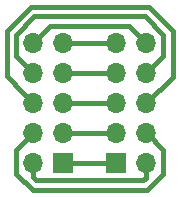
<source format=gbr>
G04 #@! TF.GenerationSoftware,KiCad,Pcbnew,5.1.4-e60b266~84~ubuntu16.04.1*
G04 #@! TF.CreationDate,2020-01-20T18:13:17+00:00*
G04 #@! TF.ProjectId,nas-mod-connector,6e61732d-6d6f-4642-9d63-6f6e6e656374,rev?*
G04 #@! TF.SameCoordinates,PX4db9760PY83d8710*
G04 #@! TF.FileFunction,Copper,L1,Top*
G04 #@! TF.FilePolarity,Positive*
%FSLAX46Y46*%
G04 Gerber Fmt 4.6, Leading zero omitted, Abs format (unit mm)*
G04 Created by KiCad (PCBNEW 5.1.4-e60b266~84~ubuntu16.04.1) date 2020-01-20 18:13:17*
%MOMM*%
%LPD*%
G04 APERTURE LIST*
%ADD10R,1.700000X1.700000*%
%ADD11O,1.700000X1.700000*%
%ADD12C,0.400000*%
G04 APERTURE END LIST*
D10*
X10340000Y3025000D03*
D11*
X12880000Y3025000D03*
X10340000Y5565000D03*
X12880000Y5565000D03*
X10340000Y8105000D03*
X12880000Y8105000D03*
X10340000Y10645000D03*
X12880000Y10645000D03*
X10340000Y13185000D03*
X12880000Y13185000D03*
D10*
X5840000Y3050000D03*
D11*
X3300000Y3050000D03*
X5840000Y5590000D03*
X3300000Y5590000D03*
X5840000Y8130000D03*
X3300000Y8130000D03*
X5840000Y10670000D03*
X3300000Y10670000D03*
X5840000Y13210000D03*
X3300000Y13210000D03*
D12*
X4149999Y14059999D02*
X3300000Y13210000D01*
X4750001Y14660001D02*
X4149999Y14059999D01*
X11404999Y14660001D02*
X4750001Y14660001D01*
X12880000Y13185000D02*
X11404999Y14660001D01*
X10315000Y13210000D02*
X10340000Y13185000D01*
X5840000Y13210000D02*
X10315000Y13210000D01*
X3404009Y15460011D02*
X1849999Y13906001D01*
X2450001Y11519999D02*
X3300000Y10670000D01*
X12750991Y15460011D02*
X3404009Y15460011D01*
X14330001Y13881001D02*
X12750991Y15460011D01*
X14330001Y12095001D02*
X14330001Y13881001D01*
X1849999Y12120001D02*
X2450001Y11519999D01*
X12880000Y10645000D02*
X14330001Y12095001D01*
X1849999Y13906001D02*
X1849999Y12120001D01*
X10315000Y10670000D02*
X10340000Y10645000D01*
X5840000Y10670000D02*
X10315000Y10670000D01*
X2450001Y8979999D02*
X3300000Y8130000D01*
X1049989Y14237375D02*
X1049989Y10380011D01*
X3072635Y16260021D02*
X1049989Y14237375D01*
X13082365Y16260021D02*
X3072635Y16260021D01*
X15130011Y14212375D02*
X13082365Y16260021D01*
X1049989Y10380011D02*
X2450001Y8979999D01*
X15130011Y10355011D02*
X15130011Y14212375D01*
X12880000Y8105000D02*
X15130011Y10355011D01*
X10315000Y8130000D02*
X10340000Y8105000D01*
X5840000Y8130000D02*
X10315000Y8130000D01*
X12935000Y5565000D02*
X12880000Y5565000D01*
X14330001Y2141536D02*
X14330001Y4169999D01*
X12963454Y774989D02*
X14330001Y2141536D01*
X3300000Y5590000D02*
X1849999Y4139999D01*
X1849999Y2166536D02*
X3241546Y774989D01*
X3241546Y774989D02*
X12963454Y774989D01*
X14330001Y4169999D02*
X12935000Y5565000D01*
X1849999Y4139999D02*
X1849999Y2166536D01*
X10315000Y5590000D02*
X10340000Y5565000D01*
X5840000Y5590000D02*
X10315000Y5590000D01*
X12880000Y1822919D02*
X12880000Y3025000D01*
X12632080Y1574999D02*
X12880000Y1822919D01*
X3572920Y1574999D02*
X12632080Y1574999D01*
X3300000Y1847919D02*
X3572920Y1574999D01*
X3300000Y3050000D02*
X3300000Y1847919D01*
X10315000Y3050000D02*
X10340000Y3025000D01*
X5840000Y3050000D02*
X10315000Y3050000D01*
M02*

</source>
